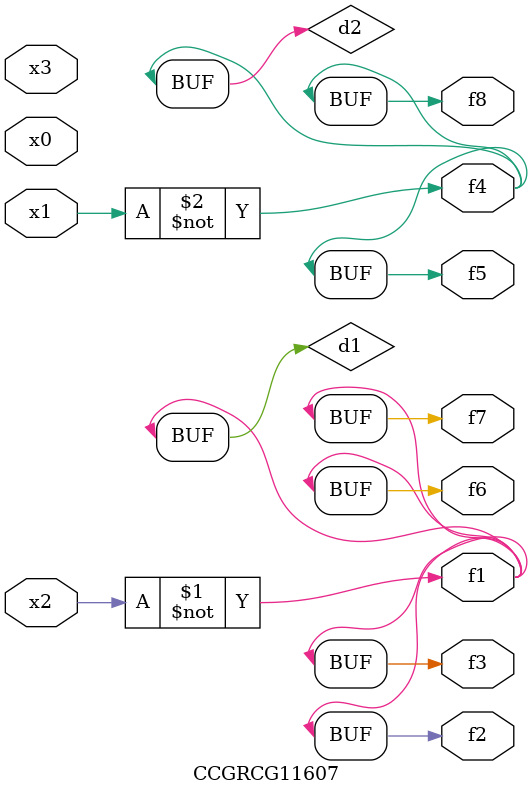
<source format=v>
module CCGRCG11607(
	input x0, x1, x2, x3,
	output f1, f2, f3, f4, f5, f6, f7, f8
);

	wire d1, d2;

	xnor (d1, x2);
	not (d2, x1);
	assign f1 = d1;
	assign f2 = d1;
	assign f3 = d1;
	assign f4 = d2;
	assign f5 = d2;
	assign f6 = d1;
	assign f7 = d1;
	assign f8 = d2;
endmodule

</source>
